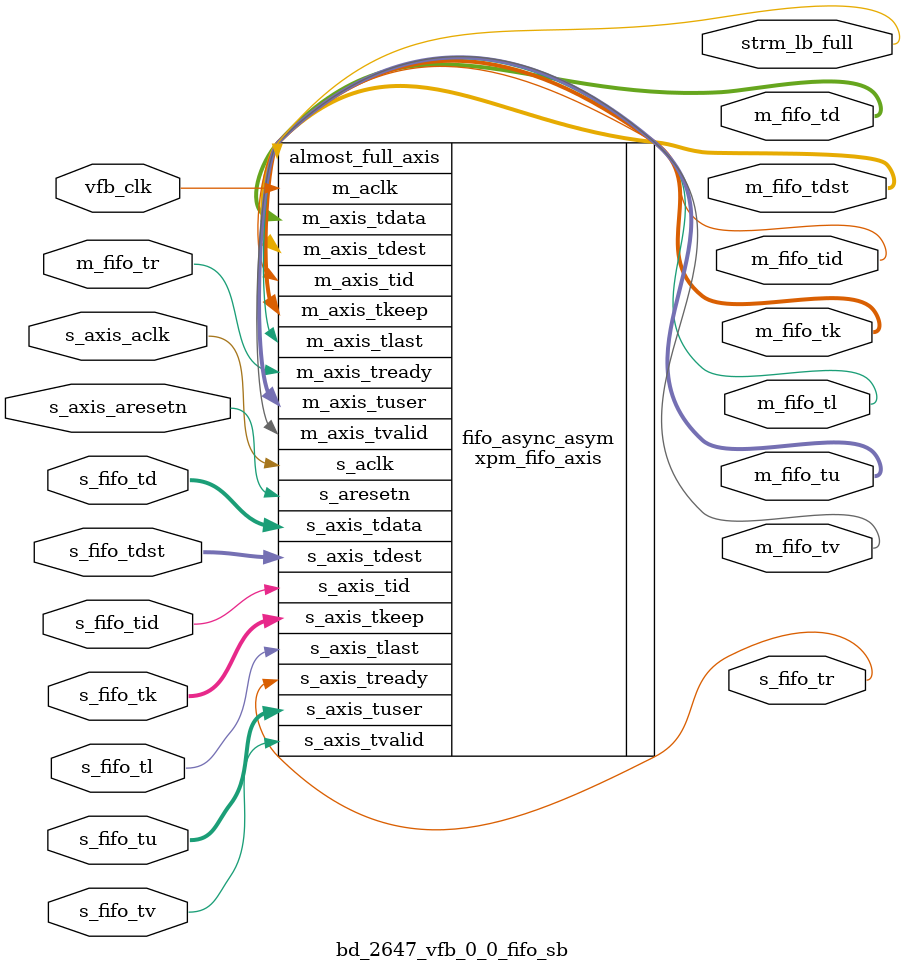
<source format=v>
`timescale 1ps/1ps
module bd_2647_vfb_0_0_fifo_sb (
  input            s_axis_aclk    ,

  input         s_axis_aresetn ,
  input            vfb_clk        ,
  output    s_fifo_tr      ,
  input     s_fifo_tv      ,
  input      [32-1:0]  s_fifo_td      ,
  input      s_fifo_tid    ,   
  input      [64-1:0]  s_fifo_tu      ,
  input [9:0]      s_fifo_tdst      ,
  input      [4-1:0] s_fifo_tk      ,
  input      s_fifo_tl      ,
  input     m_fifo_tr      ,
  output     m_fifo_tv      ,
  output   [32-1:0]   m_fifo_td      ,
  output      m_fifo_tid    ,   
  output [9:0]    m_fifo_tdst    ,   
  output   [64-1:0]  m_fifo_tu      ,
  output    [4-1:0] m_fifo_tk      ,
  output      m_fifo_tl     , 
  output  strm_lb_full   
);

xpm_fifo_axis#(
      .CLOCKING_MODE("independent_clock"), // String
      .ECC_MODE("no_ecc"),            // String
      .FIFO_DEPTH(2048),              // DECIMAL
      .FIFO_MEMORY_TYPE("block"),      // String
      .PACKET_FIFO("false"),          // String
      .PROG_EMPTY_THRESH(10),         // DECIMAL
      .PROG_FULL_THRESH(2043),          // DECIMAL
      .RD_DATA_COUNT_WIDTH(1),        // DECIMAL
      .RELATED_CLOCKS(0),             // DECIMAL
      .SIM_ASSERT_CHK(0),             // DECIMAL; 0=disable simulation messages, 1=enable simulation messages
      .TDATA_WIDTH(32),               // DECIMAL
      .TDEST_WIDTH(10),                // DECIMAL
      .TID_WIDTH(1),                  // DECIMAL
      .TUSER_WIDTH(64),                // DECIMAL
      .USE_ADV_FEATURES("1000"),      // String
      .WR_DATA_COUNT_WIDTH(1)         // DECIMAL
 ) fifo_async_asym(
  .s_aclk            (s_axis_aclk    ),
  .s_aresetn         (s_axis_aresetn ),
  .m_aclk            (vfb_clk        ),
  .s_axis_tready     (s_fifo_tr      ),
  .s_axis_tvalid     (s_fifo_tv      ),
  .s_axis_tdata      (s_fifo_td      ),
  .s_axis_tid      ( s_fifo_tid      ),
  .s_axis_tuser      (s_fifo_tu      ),
  .s_axis_tdest      (s_fifo_tdst      ),
  .s_axis_tkeep      (s_fifo_tk      ),
  .s_axis_tlast      (s_fifo_tl      ),
  .m_axis_tready     (m_fifo_tr      ),
  .m_axis_tvalid     (m_fifo_tv      ),
  .m_axis_tdata      (m_fifo_td      ),
  .m_axis_tid        (m_fifo_tid      ),
  .m_axis_tdest      (m_fifo_tdst     ),
  .m_axis_tuser      (m_fifo_tu      ),
  .m_axis_tkeep      (m_fifo_tk      ),
  .m_axis_tlast      (m_fifo_tl      ),
  .almost_full_axis  (strm_lb_full   )
);
endmodule

</source>
